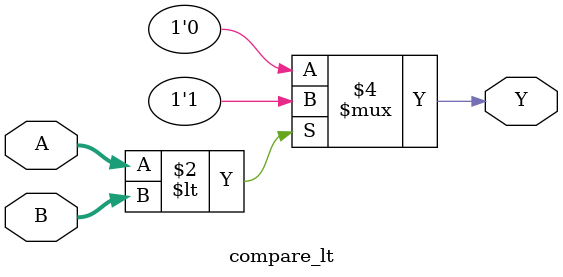
<source format=v>
module compare_lt (A, B, Y);
	input [9:0] A;
	input [9:0] B;
	output reg Y;
	
	always@(A, B) begin
		if (A<B) begin
			Y <= 1;
		end else begin
			Y <= 0;
		end
	end
	
endmodule
</source>
